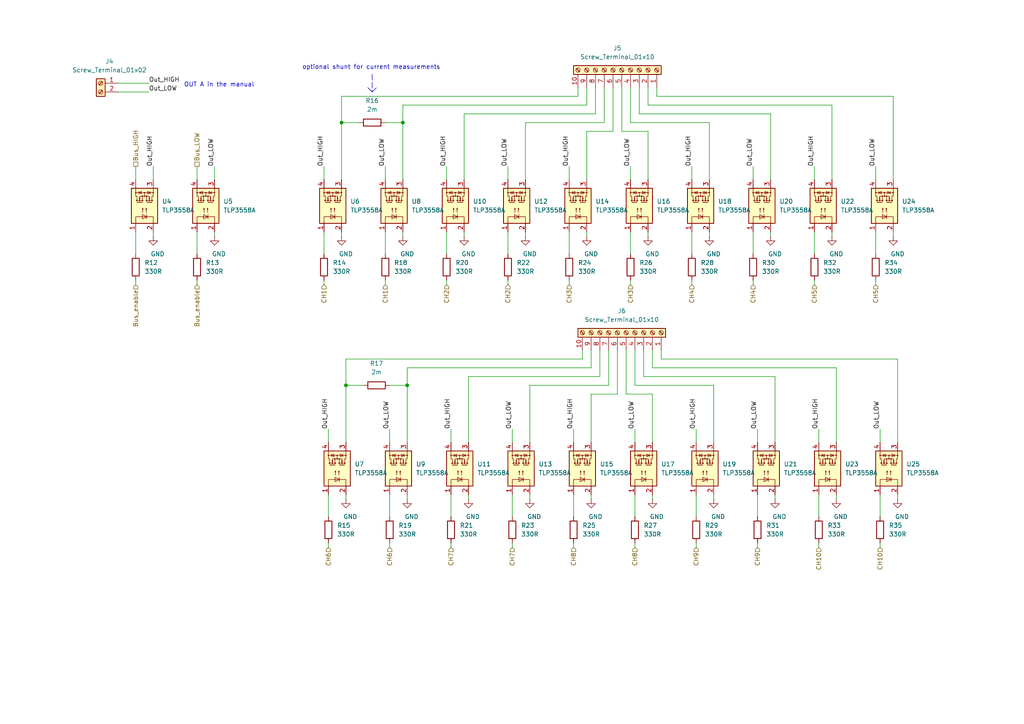
<source format=kicad_sch>
(kicad_sch (version 20231120) (generator "eeschema") (generator_version "8.0")
  (paper "A4")
  (title_block (title "Keithley 2000-SCAN-20 SSR") (date "2024-09-26") (rev "v.1.1.1") (comment 1 "Copyright (©) 2024, Patrick Baus <patrick.baus@physik.tu-darmstadt.de>") (comment 2 "Licensed under CERN OHL v.1.2"))
  (lib_symbols
    (symbol "Connector:Screw_Terminal_01x02" (pin_names (offset 1.016) hide)
      (property "Reference" "J" (at 0 2.54 0))
      (property "Value" "Screw_Terminal_01x02" (at 0 -5.08 0))
      (symbol "Screw_Terminal_01x02_1_1"
        (pin passive line (at -5.08 0 0) (length 3.81) (name "Pin_1") (number "1"))
        (pin passive line (at -5.08 -2.54 0) (length 3.81) (name "Pin_2") (number "2"))
      )
    )
    (symbol "Connector:Screw_Terminal_01x10" (pin_names (offset 1.016) hide)
      (property "Reference" "J" (at 0 12.7 0))
      (property "Value" "Screw_Terminal_01x10" (at 0 -15.24 0))
      (symbol "Screw_Terminal_01x10_1_1"
        (pin passive line (at -5.08 10.16 0) (length 3.81) (name "Pin_1") (number "1"))
        (pin passive line (at -5.08 -12.7 0) (length 3.81) (name "Pin_10") (number "10"))
        (pin passive line (at -5.08 7.62 0) (length 3.81) (name "Pin_2") (number "2"))
        (pin passive line (at -5.08 5.08 0) (length 3.81) (name "Pin_3") (number "3"))
        (pin passive line (at -5.08 2.54 0) (length 3.81) (name "Pin_4") (number "4"))
        (pin passive line (at -5.08 0 0) (length 3.81) (name "Pin_5") (number "5"))
        (pin passive line (at -5.08 -2.54 0) (length 3.81) (name "Pin_6") (number "6"))
        (pin passive line (at -5.08 -5.08 0) (length 3.81) (name "Pin_7") (number "7"))
        (pin passive line (at -5.08 -7.62 0) (length 3.81) (name "Pin_8") (number "8"))
        (pin passive line (at -5.08 -10.16 0) (length 3.81) (name "Pin_9") (number "9"))
      )
    )
    (symbol "Device:R" (pin_numbers hide) (pin_names (offset 0))
      (property "Reference" "R" (at 2.032 0 90))
      (property "Value" "R" (at 0 0 90))
      (symbol "R_1_1"
        (pin passive line (at 0 3.81 270) (length 1.27) (name "~") (number "1"))
        (pin passive line (at 0 -3.81 90) (length 1.27) (name "~") (number "2"))
      )
    )
    (symbol "Relay_SolidState:TLP222A"
      (property "Reference" "U" (at -5.08 5.08 0))
      (property "Value" "TLP222A" (at 0 5.08 0))
      (symbol "TLP222A_1_1"
        (pin passive line (at -7.62 2.54 0) (length 2.54) (name "~") (number "1"))
        (pin passive line (at -7.62 -2.54 0) (length 2.54) (name "~") (number "2"))
        (pin passive line (at 7.62 -2.54 180) (length 2.54) (name "~") (number "3"))
        (pin passive line (at 7.62 2.54 180) (length 2.54) (name "~") (number "4"))
      )
    )
    (symbol "power:GND" (power) (pin_numbers hide) (pin_names (offset 0) hide)
      (property "Value" "GND" (at 0 -3.81 0))
      (symbol "GND_1_1"
        (pin power_in line (at 0 0 270) (length 0) (name "~") (number "1"))
      )
    )
  )
  (junction (at 116.84 35.56))
  (junction (at 99.06 35.56))
  (junction (at 100.33 111.76))
  (junction (at 118.11 111.76))
  (wire (pts (xy 187.96 25.4) (xy 187.96 30.48)))
  (wire (pts (xy 200.66 81.28) (xy 200.66 82.55)))
  (wire (pts (xy 236.22 67.31) (xy 236.22 73.66)))
  (wire (pts (xy 39.37 81.28) (xy 39.37 82.55)))
  (wire (pts (xy 241.3 67.31) (xy 241.3 68.58)))
  (wire (pts (xy 224.79 143.51) (xy 224.79 144.78)))
  (wire (pts (xy 113.03 124.46) (xy 113.03 128.27)))
  (wire (pts (xy 111.76 67.31) (xy 111.76 73.66)))
  (wire (pts (xy 218.44 81.28) (xy 218.44 82.55)))
  (wire (pts (xy 135.89 128.27) (xy 135.89 109.22)))
  (wire (pts (xy 152.4 35.56) (xy 175.26 35.56)))
  (wire (pts (xy 201.93 157.48) (xy 201.93 158.75)))
  (wire (pts (xy 166.37 124.46) (xy 166.37 128.27)))
  (wire (pts (xy 255.27 124.46) (xy 255.27 128.27)))
  (wire (pts (xy 219.71 157.48) (xy 219.71 158.75)))
  (wire (pts (xy 34.29 26.67) (xy 43.18 26.67)))
  (wire (pts (xy 189.23 143.51) (xy 189.23 144.78)))
  (wire (pts (xy 170.18 67.31) (xy 170.18 68.58)))
  (wire (pts (xy 166.37 157.48) (xy 166.37 158.75)))
  (wire (pts (xy 200.66 48.26) (xy 200.66 52.07)))
  (wire (pts (xy 129.54 81.28) (xy 129.54 82.55)))
  (wire (pts (xy 185.42 25.4) (xy 185.42 33.02)))
  (wire (pts (xy 182.88 48.26) (xy 182.88 52.07)))
  (wire (pts (xy 111.76 81.28) (xy 111.76 82.55)))
  (wire (pts (xy 148.59 157.48) (xy 148.59 158.75)))
  (wire (pts (xy 135.89 109.22) (xy 173.99 109.22)))
  (wire (pts (xy 130.81 143.51) (xy 130.81 149.86)))
  (wire (pts (xy 44.45 67.31) (xy 44.45 68.58)))
  (wire (pts (xy 181.61 114.3) (xy 181.61 101.6)))
  (wire (pts (xy 184.15 157.48) (xy 184.15 158.75)))
  (wire (pts (xy 130.81 124.46) (xy 130.81 128.27)))
  (wire (pts (xy 100.33 128.27) (xy 100.33 111.76)))
  (wire (pts (xy 180.34 38.1) (xy 180.34 25.4)))
  (wire (pts (xy 219.71 124.46) (xy 219.71 128.27)))
  (wire (pts (xy 111.76 35.56) (xy 116.84 35.56)))
  (wire (pts (xy 190.5 25.4) (xy 190.5 27.94)))
  (wire (pts (xy 207.01 143.51) (xy 207.01 144.78)))
  (wire (pts (xy 189.23 101.6) (xy 189.23 106.68)))
  (wire (pts (xy 168.91 104.14) (xy 168.91 101.6)))
  (wire (pts (xy 44.45 48.26) (xy 44.45 52.07)))
  (wire (pts (xy 191.77 101.6) (xy 191.77 104.14)))
  (wire (pts (xy 242.57 106.68) (xy 242.57 128.27)))
  (wire (pts (xy 260.35 104.14) (xy 260.35 128.27)))
  (wire (pts (xy 39.37 52.07) (xy 39.37 48.26)))
  (wire (pts (xy 95.25 157.48) (xy 95.25 158.75)))
  (wire (pts (xy 113.03 143.51) (xy 113.03 149.86)))
  (wire (pts (xy 259.08 27.94) (xy 259.08 52.07)))
  (wire (pts (xy 99.06 67.31) (xy 99.06 68.58)))
  (wire (pts (xy 186.69 109.22) (xy 224.79 109.22)))
  (wire (pts (xy 184.15 143.51) (xy 184.15 149.86)))
  (wire (pts (xy 95.25 143.51) (xy 95.25 149.86)))
  (wire (pts (xy 190.5 27.94) (xy 259.08 27.94)))
  (wire (pts (xy 218.44 48.26) (xy 218.44 52.07)))
  (wire (pts (xy 218.44 67.31) (xy 218.44 73.66)))
  (wire (pts (xy 171.45 106.68) (xy 171.45 101.6)))
  (wire (pts (xy 223.52 33.02) (xy 223.52 52.07)))
  (wire (pts (xy 182.88 67.31) (xy 182.88 73.66)))
  (polyline (pts (xy 107.95 21.59) (xy 107.95 26.67)) (stroke (width 0) (type dash)))
  (wire (pts (xy 201.93 124.46) (xy 201.93 128.27)))
  (wire (pts (xy 113.03 157.48) (xy 113.03 158.75)))
  (wire (pts (xy 153.67 143.51) (xy 153.67 144.78)))
  (wire (pts (xy 242.57 143.51) (xy 242.57 144.78)))
  (wire (pts (xy 116.84 30.48) (xy 170.18 30.48)))
  (wire (pts (xy 187.96 30.48) (xy 241.3 30.48)))
  (wire (pts (xy 104.14 35.56) (xy 99.06 35.56)))
  (wire (pts (xy 175.26 35.56) (xy 175.26 25.4)))
  (wire (pts (xy 130.81 157.48) (xy 130.81 158.75)))
  (wire (pts (xy 153.67 128.27) (xy 153.67 111.76)))
  (wire (pts (xy 62.23 67.31) (xy 62.23 68.58)))
  (wire (pts (xy 34.29 24.13) (xy 43.18 24.13)))
  (wire (pts (xy 93.98 81.28) (xy 93.98 82.55)))
  (wire (pts (xy 173.99 109.22) (xy 173.99 101.6)))
  (wire (pts (xy 147.32 67.31) (xy 147.32 73.66)))
  (wire (pts (xy 57.15 67.31) (xy 57.15 73.66)))
  (wire (pts (xy 179.07 114.3) (xy 171.45 114.3)))
  (wire (pts (xy 171.45 114.3) (xy 171.45 128.27)))
  (wire (pts (xy 187.96 67.31) (xy 187.96 68.58)))
  (wire (pts (xy 95.25 124.46) (xy 95.25 128.27)))
  (wire (pts (xy 189.23 106.68) (xy 242.57 106.68)))
  (wire (pts (xy 57.15 52.07) (xy 57.15 48.26)))
  (wire (pts (xy 172.72 33.02) (xy 172.72 25.4)))
  (wire (pts (xy 99.06 27.94) (xy 167.64 27.94)))
  (wire (pts (xy 186.69 101.6) (xy 186.69 109.22)))
  (wire (pts (xy 93.98 67.31) (xy 93.98 73.66)))
  (wire (pts (xy 184.15 124.46) (xy 184.15 128.27)))
  (wire (pts (xy 165.1 48.26) (xy 165.1 52.07)))
  (wire (pts (xy 129.54 48.26) (xy 129.54 52.07)))
  (wire (pts (xy 201.93 143.51) (xy 201.93 149.86)))
  (wire (pts (xy 39.37 67.31) (xy 39.37 73.66)))
  (wire (pts (xy 254 81.28) (xy 254 82.55)))
  (wire (pts (xy 255.27 157.48) (xy 255.27 158.75)))
  (wire (pts (xy 134.62 33.02) (xy 172.72 33.02)))
  (wire (pts (xy 205.74 67.31) (xy 205.74 68.58)))
  (wire (pts (xy 237.49 124.46) (xy 237.49 128.27)))
  (wire (pts (xy 167.64 27.94) (xy 167.64 25.4)))
  (wire (pts (xy 153.67 111.76) (xy 176.53 111.76)))
  (wire (pts (xy 260.35 143.51) (xy 260.35 144.78)))
  (wire (pts (xy 165.1 81.28) (xy 165.1 82.55)))
  (wire (pts (xy 148.59 143.51) (xy 148.59 149.86)))
  (wire (pts (xy 185.42 33.02) (xy 223.52 33.02)))
  (wire (pts (xy 189.23 114.3) (xy 181.61 114.3)))
  (wire (pts (xy 111.76 48.26) (xy 111.76 52.07)))
  (wire (pts (xy 148.59 124.46) (xy 148.59 128.27)))
  (wire (pts (xy 113.03 111.76) (xy 118.11 111.76)))
  (wire (pts (xy 116.84 35.56) (xy 116.84 30.48)))
  (wire (pts (xy 100.33 111.76) (xy 100.33 104.14)))
  (wire (pts (xy 219.71 143.51) (xy 219.71 149.86)))
  (wire (pts (xy 207.01 111.76) (xy 207.01 128.27)))
  (wire (pts (xy 165.1 67.31) (xy 165.1 73.66)))
  (wire (pts (xy 187.96 38.1) (xy 187.96 52.07)))
  (wire (pts (xy 93.98 48.26) (xy 93.98 52.07)))
  (wire (pts (xy 166.37 143.51) (xy 166.37 149.86)))
  (wire (pts (xy 255.27 143.51) (xy 255.27 149.86)))
  (wire (pts (xy 259.08 67.31) (xy 259.08 68.58)))
  (wire (pts (xy 254 48.26) (xy 254 52.07)))
  (wire (pts (xy 177.8 38.1) (xy 170.18 38.1)))
  (wire (pts (xy 184.15 111.76) (xy 207.01 111.76)))
  (wire (pts (xy 152.4 67.31) (xy 152.4 68.58)))
  (wire (pts (xy 224.79 109.22) (xy 224.79 128.27)))
  (wire (pts (xy 254 67.31) (xy 254 73.66)))
  (wire (pts (xy 129.54 67.31) (xy 129.54 73.66)))
  (wire (pts (xy 105.41 111.76) (xy 100.33 111.76)))
  (wire (pts (xy 177.8 25.4) (xy 177.8 38.1)))
  (wire (pts (xy 189.23 114.3) (xy 189.23 128.27)))
  (polyline (pts (xy 106.68 25.4) (xy 107.95 26.67)) (stroke (width 0) (type dash)))
  (wire (pts (xy 176.53 111.76) (xy 176.53 101.6)))
  (wire (pts (xy 118.11 128.27) (xy 118.11 111.76)))
  (wire (pts (xy 100.33 104.14) (xy 168.91 104.14)))
  (wire (pts (xy 147.32 81.28) (xy 147.32 82.55)))
  (wire (pts (xy 135.89 143.51) (xy 135.89 144.78)))
  (wire (pts (xy 99.06 52.07) (xy 99.06 35.56)))
  (wire (pts (xy 241.3 30.48) (xy 241.3 52.07)))
  (wire (pts (xy 118.11 106.68) (xy 171.45 106.68)))
  (wire (pts (xy 152.4 35.56) (xy 152.4 52.07)))
  (wire (pts (xy 116.84 67.31) (xy 116.84 68.58)))
  (wire (pts (xy 170.18 38.1) (xy 170.18 52.07)))
  (wire (pts (xy 200.66 67.31) (xy 200.66 73.66)))
  (wire (pts (xy 236.22 48.26) (xy 236.22 52.07)))
  (wire (pts (xy 179.07 101.6) (xy 179.07 114.3)))
  (wire (pts (xy 134.62 33.02) (xy 134.62 52.07)))
  (wire (pts (xy 57.15 81.28) (xy 57.15 82.55)))
  (wire (pts (xy 118.11 111.76) (xy 118.11 106.68)))
  (polyline (pts (xy 107.95 26.67) (xy 109.22 25.4)) (stroke (width 0) (type dash)))
  (wire (pts (xy 116.84 52.07) (xy 116.84 35.56)))
  (wire (pts (xy 170.18 30.48) (xy 170.18 25.4)))
  (wire (pts (xy 236.22 81.28) (xy 236.22 82.55)))
  (wire (pts (xy 99.06 35.56) (xy 99.06 27.94)))
  (wire (pts (xy 187.96 38.1) (xy 180.34 38.1)))
  (wire (pts (xy 182.88 25.4) (xy 182.88 35.56)))
  (wire (pts (xy 62.23 48.26) (xy 62.23 52.07)))
  (wire (pts (xy 171.45 143.51) (xy 171.45 144.78)))
  (wire (pts (xy 134.62 67.31) (xy 134.62 68.58)))
  (wire (pts (xy 118.11 143.51) (xy 118.11 144.78)))
  (wire (pts (xy 100.33 143.51) (xy 100.33 144.78)))
  (wire (pts (xy 237.49 157.48) (xy 237.49 158.75)))
  (wire (pts (xy 147.32 48.26) (xy 147.32 52.07)))
  (wire (pts (xy 237.49 143.51) (xy 237.49 149.86)))
  (wire (pts (xy 191.77 104.14) (xy 260.35 104.14)))
  (wire (pts (xy 205.74 35.56) (xy 205.74 52.07)))
  (wire (pts (xy 223.52 67.31) (xy 223.52 68.58)))
  (wire (pts (xy 184.15 101.6) (xy 184.15 111.76)))
  (wire (pts (xy 182.88 35.56) (xy 205.74 35.56)))
  (wire (pts (xy 182.88 81.28) (xy 182.88 82.55)))
  (text "optional shunt for current measurements" (at 87.63 20.32 0) (effects (font (size 1.27 1.27)) (justify left bottom)))
  (text "OUT A in the manual" (at 53.34 25.4 0) (effects (font (size 1.27 1.27)) (justify left bottom)))
  (label "Out_HIGH" (at 130.81 124.46 90))
  (label "Out_LOW" (at 219.71 124.46 90))
  (label "Out_HIGH" (at 237.49 124.46 90))
  (label "Out_HIGH" (at 236.22 48.26 90))
  (label "Out_LOW" (at 147.32 48.26 90))
  (label "Out_LOW" (at 62.23 48.26 90))
  (label "Out_HIGH" (at 200.66 48.26 90))
  (label "Out_HIGH" (at 166.37 124.46 90))
  (label "Out_HIGH" (at 44.45 48.26 90))
  (label "Out_LOW" (at 218.44 48.26 90))
  (label "Out_HIGH" (at 129.54 48.26 90))
  (label "Out_HIGH" (at 43.18 24.13 0))
  (label "Out_HIGH" (at 201.93 124.46 90))
  (label "Out_LOW" (at 184.15 124.46 90))
  (label "Out_LOW" (at 113.03 124.46 90))
  (label "Out_LOW" (at 255.27 124.46 90))
  (label "Out_LOW" (at 182.88 48.26 90))
  (label "Out_LOW" (at 254 48.26 90))
  (label "Out_LOW" (at 43.18 26.67 0))
  (label "Out_HIGH" (at 93.98 48.26 90))
  (label "Out_HIGH" (at 95.25 124.46 90))
  (label "Out_HIGH" (at 165.1 48.26 90))
  (label "Out_LOW" (at 148.59 124.46 90))
  (label "Out_LOW" (at 111.76 48.26 90))
  (hierarchical_label "Bus_HIGH" (shape passive) (at 39.37 48.26 90))
  (hierarchical_label "CH9" (shape input) (at 201.93 158.75 270))
  (hierarchical_label "CH3" (shape input) (at 165.1 82.55 270))
  (hierarchical_label "CH8" (shape input) (at 184.15 158.75 270))
  (hierarchical_label "CH1" (shape input) (at 111.76 82.55 270))
  (hierarchical_label "CH2" (shape input) (at 147.32 82.55 270))
  (hierarchical_label "Bus_LOW" (shape passive) (at 57.15 48.26 90))
  (hierarchical_label "CH8" (shape input) (at 166.37 158.75 270))
  (hierarchical_label "Bus_enable" (shape input) (at 39.37 82.55 270))
  (hierarchical_label "CH4" (shape input) (at 200.66 82.55 270))
  (hierarchical_label "CH1" (shape input) (at 93.98 82.55 270))
  (hierarchical_label "CH5" (shape input) (at 236.22 82.55 270))
  (hierarchical_label "CH6" (shape input) (at 113.03 158.75 270))
  (hierarchical_label "CH9" (shape input) (at 219.71 158.75 270))
  (hierarchical_label "CH6" (shape input) (at 95.25 158.75 270))
  (hierarchical_label "CH7" (shape input) (at 130.81 158.75 270))
  (hierarchical_label "Bus_enable" (shape input) (at 57.15 82.55 270))
  (hierarchical_label "CH4" (shape input) (at 218.44 82.55 270))
  (hierarchical_label "CH2" (shape input) (at 129.54 82.55 270))
  (hierarchical_label "CH10" (shape input) (at 255.27 158.75 270))
  (hierarchical_label "CH3" (shape input) (at 182.88 82.55 270))
  (hierarchical_label "CH7" (shape input) (at 148.59 158.75 270))
  (hierarchical_label "CH5" (shape input) (at 254 82.55 270))
  (hierarchical_label "CH10" (shape input) (at 237.49 158.75 270))
  (symbol (lib_id "Relay_SolidState:TLP222A") (at 96.52 59.69 90) (unit 1)
    (property "Reference" "U6" (at 101.6 58.42 90) (effects (justify right)))
    (property "Value" "TLP3558A" (at 101.6 60.96 90) (effects (justify right)))
    (property "Footprint" "Package_DIP:DIP-4_W7.62mm" (effects (hide yes)))
    (property "Datasheet" "https://toshiba.semicon-storage.com/info/docget.jsp?did=17036&prodName=TLP222A" (effects (hide yes)))
    (property "Description" "MOSFET Photorelay 1-Form-A, Voff 60V, Ion 0,5A, DIP4" (effects (hide yes)))
    (property "MFN" "Toshiba" (effects (hide yes)))
    (property "PN" "TLP3558A(F" (effects (hide yes)))
    (property "RoHS" "Yes" (effects (hide yes)))
    (property "Temperature" "Tstorage = –20 °C to 85 °C" (effects (hide yes)))
  )
  (symbol (lib_id "power:GND") (at 99.06 68.58 0) (unit 1)
    (property "Reference" "#PWR033" (effects (hide yes)))
    (property "Value" "GND" (at 100.33 73.66 0))
    (property "Description" "Power symbol creates a global label with name \"GND\" , ground" (effects (hide yes)))
  )
  (symbol (lib_id "Relay_SolidState:TLP222A") (at 114.3 59.69 90) (unit 1)
    (property "Reference" "U8" (at 119.38 58.42 90) (effects (justify right)))
    (property "Value" "TLP3558A" (at 119.38 60.96 90) (effects (justify right)))
    (property "Footprint" "Package_DIP:DIP-4_W7.62mm" (effects (hide yes)))
    (property "Datasheet" "https://toshiba.semicon-storage.com/info/docget.jsp?did=17036&prodName=TLP222A" (effects (hide yes)))
    (property "Description" "MOSFET Photorelay 1-Form-A, Voff 60V, Ion 0,5A, DIP4" (effects (hide yes)))
    (property "MFN" "Toshiba" (effects (hide yes)))
    (property "PN" "TLP3558A(F" (effects (hide yes)))
    (property "RoHS" "Yes" (effects (hide yes)))
    (property "Temperature" "Tstorage = –20 °C to 85 °C" (effects (hide yes)))
  )
  (symbol (lib_id "power:GND") (at 116.84 68.58 0) (unit 1)
    (property "Reference" "#PWR035" (effects (hide yes)))
    (property "Value" "GND" (at 118.11 73.66 0))
    (property "Description" "Power symbol creates a global label with name \"GND\" , ground" (effects (hide yes)))
  )
  (symbol (lib_id "Connector:Screw_Terminal_01x10") (at 180.34 20.32 270) (mirror x) (unit 1)
    (property "Reference" "J5" (at 179.07 13.97 90))
    (property "Value" "Screw_Terminal_01x10" (at 179.07 16.51 90))
    (property "Footprint" "Custom_footprints_project:TerminalBlock_Phoenix_SMKDSN-1,5-10-5.08_1x10_P5.08mm_Horizontal" (effects (hide yes)))
    (property "Description" "Generic screw terminal, single row, 01x10, script generated (kicad-library-utils/schlib/autogen/connector/)" (effects (hide yes)))
    (property "MFN" "Phoenix Contact" (effects (hide yes)))
    (property "PN" "1869295" (effects (hide yes)))
    (property "RoHS" "By exemption" (effects (hide yes)))
    (property "Temperature" "Tstorage = –40 °C to 105 °C" (effects (hide yes)))
  )
  (symbol (lib_id "Relay_SolidState:TLP222A") (at 132.08 59.69 90) (unit 1)
    (property "Reference" "U10" (at 137.16 58.42 90) (effects (justify right)))
    (property "Value" "TLP3558A" (at 137.16 60.96 90) (effects (justify right)))
    (property "Footprint" "Package_DIP:DIP-4_W7.62mm" (effects (hide yes)))
    (property "Datasheet" "https://toshiba.semicon-storage.com/info/docget.jsp?did=17036&prodName=TLP222A" (effects (hide yes)))
    (property "Description" "MOSFET Photorelay 1-Form-A, Voff 60V, Ion 0,5A, DIP4" (effects (hide yes)))
    (property "MFN" "Toshiba" (effects (hide yes)))
    (property "PN" "TLP3558A(F" (effects (hide yes)))
    (property "RoHS" "Yes" (effects (hide yes)))
    (property "Temperature" "Tstorage = –20 °C to 85 °C" (effects (hide yes)))
  )
  (symbol (lib_id "power:GND") (at 134.62 68.58 0) (unit 1)
    (property "Reference" "#PWR037" (effects (hide yes)))
    (property "Value" "GND" (at 135.89 73.66 0))
    (property "Description" "Power symbol creates a global label with name \"GND\" , ground" (effects (hide yes)))
  )
  (symbol (lib_id "power:GND") (at 187.96 68.58 0) (unit 1)
    (property "Reference" "#PWR043" (effects (hide yes)))
    (property "Value" "GND" (at 189.23 73.66 0))
    (property "Description" "Power symbol creates a global label with name \"GND\" , ground" (effects (hide yes)))
  )
  (symbol (lib_id "Device:R") (at 111.76 77.47 0) (unit 1)
    (property "Reference" "R18" (at 114.3 76.2 0) (effects (justify left)))
    (property "Value" "330R" (at 114.3 78.74 0) (effects (justify left)))
    (property "Footprint" "Resistor_SMD:R_0603_1608Metric" (effects (hide yes)))
    (property "Description" "Resistor" (effects (hide yes)))
    (property "MFN" "Vishay" (effects (hide yes)))
    (property "PN" "CRCW0603330RJNEB" (effects (hide yes)))
    (property "RoHS" "By exemption" (effects (hide yes)))
    (property "Temperature" "Tstorage = –55 °C to 155 °C" (effects (hide yes)))
  )
  (symbol (lib_id "Device:R") (at 129.54 77.47 0) (unit 1)
    (property "Reference" "R20" (at 132.08 76.2 0) (effects (justify left)))
    (property "Value" "330R" (at 132.08 78.74 0) (effects (justify left)))
    (property "Footprint" "Resistor_SMD:R_0603_1608Metric" (effects (hide yes)))
    (property "Description" "Resistor" (effects (hide yes)))
    (property "MFN" "Vishay" (effects (hide yes)))
    (property "PN" "CRCW0603330RJNEB" (effects (hide yes)))
    (property "RoHS" "By exemption" (effects (hide yes)))
    (property "Temperature" "Tstorage = –55 °C to 155 °C" (effects (hide yes)))
  )
  (symbol (lib_id "Device:R") (at 165.1 77.47 0) (unit 1)
    (property "Reference" "R24" (at 167.64 76.2 0) (effects (justify left)))
    (property "Value" "330R" (at 167.64 78.74 0) (effects (justify left)))
    (property "Footprint" "Resistor_SMD:R_0603_1608Metric" (effects (hide yes)))
    (property "Description" "Resistor" (effects (hide yes)))
    (property "MFN" "Vishay" (effects (hide yes)))
    (property "PN" "CRCW0603330RJNEB" (effects (hide yes)))
    (property "RoHS" "By exemption" (effects (hide yes)))
    (property "Temperature" "Tstorage = –55 °C to 155 °C" (effects (hide yes)))
  )
  (symbol (lib_id "Relay_SolidState:TLP222A") (at 203.2 59.69 90) (unit 1)
    (property "Reference" "U18" (at 208.28 58.42 90) (effects (justify right)))
    (property "Value" "TLP3558A" (at 208.28 60.96 90) (effects (justify right)))
    (property "Footprint" "Package_DIP:DIP-4_W7.62mm" (effects (hide yes)))
    (property "Datasheet" "https://toshiba.semicon-storage.com/info/docget.jsp?did=17036&prodName=TLP222A" (effects (hide yes)))
    (property "Description" "MOSFET Photorelay 1-Form-A, Voff 60V, Ion 0,5A, DIP4" (effects (hide yes)))
    (property "MFN" "Toshiba" (effects (hide yes)))
    (property "PN" "TLP3558A(F" (effects (hide yes)))
    (property "RoHS" "Yes" (effects (hide yes)))
    (property "Temperature" "Tstorage = –20 °C to 85 °C" (effects (hide yes)))
  )
  (symbol (lib_id "Device:R") (at 218.44 77.47 0) (unit 1)
    (property "Reference" "R30" (at 220.98 76.2 0) (effects (justify left)))
    (property "Value" "330R" (at 220.98 78.74 0) (effects (justify left)))
    (property "Footprint" "Resistor_SMD:R_0603_1608Metric" (effects (hide yes)))
    (property "Description" "Resistor" (effects (hide yes)))
    (property "MFN" "Vishay" (effects (hide yes)))
    (property "PN" "CRCW0603330RJNEB" (effects (hide yes)))
    (property "RoHS" "By exemption" (effects (hide yes)))
    (property "Temperature" "Tstorage = –55 °C to 155 °C" (effects (hide yes)))
  )
  (symbol (lib_id "Relay_SolidState:TLP222A") (at 238.76 59.69 90) (unit 1)
    (property "Reference" "U22" (at 243.84 58.42 90) (effects (justify right)))
    (property "Value" "TLP3558A" (at 243.84 60.96 90) (effects (justify right)))
    (property "Footprint" "Package_DIP:DIP-4_W7.62mm" (effects (hide yes)))
    (property "Datasheet" "https://toshiba.semicon-storage.com/info/docget.jsp?did=17036&prodName=TLP222A" (effects (hide yes)))
    (property "Description" "MOSFET Photorelay 1-Form-A, Voff 60V, Ion 0,5A, DIP4" (effects (hide yes)))
    (property "MFN" "Toshiba" (effects (hide yes)))
    (property "PN" "TLP3558A(F" (effects (hide yes)))
    (property "RoHS" "Yes" (effects (hide yes)))
    (property "Temperature" "Tstorage = –20 °C to 85 °C" (effects (hide yes)))
  )
  (symbol (lib_id "power:GND") (at 241.3 68.58 0) (unit 1)
    (property "Reference" "#PWR049" (effects (hide yes)))
    (property "Value" "GND" (at 242.57 73.66 0))
    (property "Description" "Power symbol creates a global label with name \"GND\" , ground" (effects (hide yes)))
  )
  (symbol (lib_id "Relay_SolidState:TLP222A") (at 256.54 59.69 90) (unit 1)
    (property "Reference" "U24" (at 261.62 58.42 90) (effects (justify right)))
    (property "Value" "TLP3558A" (at 261.62 60.96 90) (effects (justify right)))
    (property "Footprint" "Package_DIP:DIP-4_W7.62mm" (effects (hide yes)))
    (property "Datasheet" "https://toshiba.semicon-storage.com/info/docget.jsp?did=17036&prodName=TLP222A" (effects (hide yes)))
    (property "Description" "MOSFET Photorelay 1-Form-A, Voff 60V, Ion 0,5A, DIP4" (effects (hide yes)))
    (property "MFN" "Toshiba" (effects (hide yes)))
    (property "PN" "TLP3558A(F" (effects (hide yes)))
    (property "RoHS" "Yes" (effects (hide yes)))
    (property "Temperature" "Tstorage = –20 °C to 85 °C" (effects (hide yes)))
  )
  (symbol (lib_id "power:GND") (at 259.08 68.58 0) (unit 1)
    (property "Reference" "#PWR051" (effects (hide yes)))
    (property "Value" "GND" (at 260.35 73.66 0))
    (property "Description" "Power symbol creates a global label with name \"GND\" , ground" (effects (hide yes)))
  )
  (symbol (lib_id "Device:R") (at 236.22 77.47 0) (unit 1)
    (property "Reference" "R32" (at 238.76 76.2 0) (effects (justify left)))
    (property "Value" "330R" (at 238.76 78.74 0) (effects (justify left)))
    (property "Footprint" "Resistor_SMD:R_0603_1608Metric" (effects (hide yes)))
    (property "Description" "Resistor" (effects (hide yes)))
    (property "MFN" "Vishay" (effects (hide yes)))
    (property "PN" "CRCW0603330RJNEB" (effects (hide yes)))
    (property "RoHS" "By exemption" (effects (hide yes)))
    (property "Temperature" "Tstorage = –55 °C to 155 °C" (effects (hide yes)))
  )
  (symbol (lib_id "Relay_SolidState:TLP222A") (at 97.79 135.89 90) (unit 1)
    (property "Reference" "U7" (at 102.87 134.62 90) (effects (justify right)))
    (property "Value" "TLP3558A" (at 102.87 137.16 90) (effects (justify right)))
    (property "Footprint" "Package_DIP:DIP-4_W7.62mm" (effects (hide yes)))
    (property "Datasheet" "https://toshiba.semicon-storage.com/info/docget.jsp?did=17036&prodName=TLP222A" (effects (hide yes)))
    (property "Description" "MOSFET Photorelay 1-Form-A, Voff 60V, Ion 0,5A, DIP4" (effects (hide yes)))
    (property "MFN" "Toshiba" (effects (hide yes)))
    (property "PN" "TLP3558A(F" (effects (hide yes)))
    (property "RoHS" "Yes" (effects (hide yes)))
    (property "Temperature" "Tstorage = –20 °C to 85 °C" (effects (hide yes)))
  )
  (symbol (lib_id "power:GND") (at 100.33 144.78 0) (unit 1)
    (property "Reference" "#PWR034" (effects (hide yes)))
    (property "Value" "GND" (at 101.6 149.86 0))
    (property "Description" "Power symbol creates a global label with name \"GND\" , ground" (effects (hide yes)))
  )
  (symbol (lib_id "Connector:Screw_Terminal_01x10") (at 181.61 96.52 270) (mirror x) (unit 1)
    (property "Reference" "J6" (at 180.34 90.17 90))
    (property "Value" "Screw_Terminal_01x10" (at 180.34 92.71 90))
    (property "Footprint" "Custom_footprints_project:TerminalBlock_Phoenix_SMKDSN-1,5-10-5.08_1x10_P5.08mm_Horizontal" (effects (hide yes)))
    (property "Description" "Generic screw terminal, single row, 01x10, script generated (kicad-library-utils/schlib/autogen/connector/)" (effects (hide yes)))
    (property "MFN" "Phoenix Contact" (effects (hide yes)))
    (property "PN" "1869295" (effects (hide yes)))
    (property "RoHS" "By exemption" (effects (hide yes)))
    (property "Temperature" "Tstorage = –40 °C to 105 °C" (effects (hide yes)))
  )
  (symbol (lib_id "Relay_SolidState:TLP222A") (at 133.35 135.89 90) (unit 1)
    (property "Reference" "U11" (at 138.43 134.62 90) (effects (justify right)))
    (property "Value" "TLP3558A" (at 138.43 137.16 90) (effects (justify right)))
    (property "Footprint" "Package_DIP:DIP-4_W7.62mm" (effects (hide yes)))
    (property "Datasheet" "https://toshiba.semicon-storage.com/info/docget.jsp?did=17036&prodName=TLP222A" (effects (hide yes)))
    (property "Description" "MOSFET Photorelay 1-Form-A, Voff 60V, Ion 0,5A, DIP4" (effects (hide yes)))
    (property "MFN" "Toshiba" (effects (hide yes)))
    (property "PN" "TLP3558A(F" (effects (hide yes)))
    (property "RoHS" "Yes" (effects (hide yes)))
    (property "Temperature" "Tstorage = –20 °C to 85 °C" (effects (hide yes)))
  )
  (symbol (lib_id "power:GND") (at 135.89 144.78 0) (unit 1)
    (property "Reference" "#PWR038" (effects (hide yes)))
    (property "Value" "GND" (at 137.16 149.86 0))
    (property "Description" "Power symbol creates a global label with name \"GND\" , ground" (effects (hide yes)))
  )
  (symbol (lib_id "Relay_SolidState:TLP222A") (at 151.13 135.89 90) (unit 1)
    (property "Reference" "U13" (at 156.21 134.62 90) (effects (justify right)))
    (property "Value" "TLP3558A" (at 156.21 137.16 90) (effects (justify right)))
    (property "Footprint" "Package_DIP:DIP-4_W7.62mm" (effects (hide yes)))
    (property "Datasheet" "https://toshiba.semicon-storage.com/info/docget.jsp?did=17036&prodName=TLP222A" (effects (hide yes)))
    (property "Description" "MOSFET Photorelay 1-Form-A, Voff 60V, Ion 0,5A, DIP4" (effects (hide yes)))
    (property "MFN" "Toshiba" (effects (hide yes)))
    (property "PN" "TLP3558A(F" (effects (hide yes)))
    (property "RoHS" "Yes" (effects (hide yes)))
    (property "Temperature" "Tstorage = –20 °C to 85 °C" (effects (hide yes)))
  )
  (symbol (lib_id "Relay_SolidState:TLP222A") (at 186.69 135.89 90) (unit 1)
    (property "Reference" "U17" (at 191.77 134.62 90) (effects (justify right)))
    (property "Value" "TLP3558A" (at 191.77 137.16 90) (effects (justify right)))
    (property "Footprint" "Package_DIP:DIP-4_W7.62mm" (effects (hide yes)))
    (property "Datasheet" "https://toshiba.semicon-storage.com/info/docget.jsp?did=17036&prodName=TLP222A" (effects (hide yes)))
    (property "Description" "MOSFET Photorelay 1-Form-A, Voff 60V, Ion 0,5A, DIP4" (effects (hide yes)))
    (property "MFN" "Toshiba" (effects (hide yes)))
    (property "PN" "TLP3558A(F" (effects (hide yes)))
    (property "RoHS" "Yes" (effects (hide yes)))
    (property "Temperature" "Tstorage = –20 °C to 85 °C" (effects (hide yes)))
  )
  (symbol (lib_id "power:GND") (at 189.23 144.78 0) (unit 1)
    (property "Reference" "#PWR044" (effects (hide yes)))
    (property "Value" "GND" (at 190.5 149.86 0))
    (property "Description" "Power symbol creates a global label with name \"GND\" , ground" (effects (hide yes)))
  )
  (symbol (lib_id "Device:R") (at 113.03 153.67 0) (unit 1)
    (property "Reference" "R19" (at 115.57 152.4 0) (effects (justify left)))
    (property "Value" "330R" (at 115.57 154.94 0) (effects (justify left)))
    (property "Footprint" "Resistor_SMD:R_0603_1608Metric" (effects (hide yes)))
    (property "Description" "Resistor" (effects (hide yes)))
    (property "MFN" "Vishay" (effects (hide yes)))
    (property "PN" "CRCW0603330RJNEB" (effects (hide yes)))
    (property "RoHS" "By exemption" (effects (hide yes)))
    (property "Temperature" "Tstorage = –55 °C to 155 °C" (effects (hide yes)))
  )
  (symbol (lib_id "Device:R") (at 130.81 153.67 0) (unit 1)
    (property "Reference" "R21" (at 133.35 152.4 0) (effects (justify left)))
    (property "Value" "330R" (at 133.35 154.94 0) (effects (justify left)))
    (property "Footprint" "Resistor_SMD:R_0603_1608Metric" (effects (hide yes)))
    (property "Description" "Resistor" (effects (hide yes)))
    (property "MFN" "Vishay" (effects (hide yes)))
    (property "PN" "CRCW0603330RJNEB" (effects (hide yes)))
    (property "RoHS" "By exemption" (effects (hide yes)))
    (property "Temperature" "Tstorage = –55 °C to 155 °C" (effects (hide yes)))
  )
  (symbol (lib_id "Device:R") (at 148.59 153.67 0) (unit 1)
    (property "Reference" "R23" (at 151.13 152.4 0) (effects (justify left)))
    (property "Value" "330R" (at 151.13 154.94 0) (effects (justify left)))
    (property "Footprint" "Resistor_SMD:R_0603_1608Metric" (effects (hide yes)))
    (property "Description" "Resistor" (effects (hide yes)))
    (property "MFN" "Vishay" (effects (hide yes)))
    (property "PN" "CRCW0603330RJNEB" (effects (hide yes)))
    (property "RoHS" "By exemption" (effects (hide yes)))
    (property "Temperature" "Tstorage = –55 °C to 155 °C" (effects (hide yes)))
  )
  (symbol (lib_id "Device:R") (at 166.37 153.67 0) (unit 1)
    (property "Reference" "R25" (at 168.91 152.4 0) (effects (justify left)))
    (property "Value" "330R" (at 168.91 154.94 0) (effects (justify left)))
    (property "Footprint" "Resistor_SMD:R_0603_1608Metric" (effects (hide yes)))
    (property "Description" "Resistor" (effects (hide yes)))
    (property "MFN" "Vishay" (effects (hide yes)))
    (property "PN" "CRCW0603330RJNEB" (effects (hide yes)))
    (property "RoHS" "By exemption" (effects (hide yes)))
    (property "Temperature" "Tstorage = –55 °C to 155 °C" (effects (hide yes)))
  )
  (symbol (lib_id "Device:R") (at 184.15 153.67 0) (unit 1)
    (property "Reference" "R27" (at 186.69 152.4 0) (effects (justify left)))
    (property "Value" "330R" (at 186.69 154.94 0) (effects (justify left)))
    (property "Footprint" "Resistor_SMD:R_0603_1608Metric" (effects (hide yes)))
    (property "Description" "Resistor" (effects (hide yes)))
    (property "MFN" "Vishay" (effects (hide yes)))
    (property "PN" "CRCW0603330RJNEB" (effects (hide yes)))
    (property "RoHS" "By exemption" (effects (hide yes)))
    (property "Temperature" "Tstorage = –55 °C to 155 °C" (effects (hide yes)))
  )
  (symbol (lib_id "Relay_SolidState:TLP222A") (at 204.47 135.89 90) (unit 1)
    (property "Reference" "U19" (at 209.55 134.62 90) (effects (justify right)))
    (property "Value" "TLP3558A" (at 209.55 137.16 90) (effects (justify right)))
    (property "Footprint" "Package_DIP:DIP-4_W7.62mm" (effects (hide yes)))
    (property "Datasheet" "https://toshiba.semicon-storage.com/info/docget.jsp?did=17036&prodName=TLP222A" (effects (hide yes)))
    (property "Description" "MOSFET Photorelay 1-Form-A, Voff 60V, Ion 0,5A, DIP4" (effects (hide yes)))
    (property "MFN" "Toshiba" (effects (hide yes)))
    (property "PN" "TLP3558A(F" (effects (hide yes)))
    (property "RoHS" "Yes" (effects (hide yes)))
    (property "Temperature" "Tstorage = –20 °C to 85 °C" (effects (hide yes)))
  )
  (symbol (lib_id "Device:R") (at 219.71 153.67 0) (unit 1)
    (property "Reference" "R31" (at 222.25 152.4 0) (effects (justify left)))
    (property "Value" "330R" (at 222.25 154.94 0) (effects (justify left)))
    (property "Footprint" "Resistor_SMD:R_0603_1608Metric" (effects (hide yes)))
    (property "Description" "Resistor" (effects (hide yes)))
    (property "MFN" "Vishay" (effects (hide yes)))
    (property "PN" "CRCW0603330RJNEB" (effects (hide yes)))
    (property "RoHS" "By exemption" (effects (hide yes)))
    (property "Temperature" "Tstorage = –55 °C to 155 °C" (effects (hide yes)))
  )
  (symbol (lib_id "Relay_SolidState:TLP222A") (at 240.03 135.89 90) (unit 1)
    (property "Reference" "U23" (at 245.11 134.62 90) (effects (justify right)))
    (property "Value" "TLP3558A" (at 245.11 137.16 90) (effects (justify right)))
    (property "Footprint" "Package_DIP:DIP-4_W7.62mm" (effects (hide yes)))
    (property "Datasheet" "https://toshiba.semicon-storage.com/info/docget.jsp?did=17036&prodName=TLP222A" (effects (hide yes)))
    (property "Description" "MOSFET Photorelay 1-Form-A, Voff 60V, Ion 0,5A, DIP4" (effects (hide yes)))
    (property "MFN" "Toshiba" (effects (hide yes)))
    (property "PN" "TLP3558A(F" (effects (hide yes)))
    (property "RoHS" "Yes" (effects (hide yes)))
    (property "Temperature" "Tstorage = –20 °C to 85 °C" (effects (hide yes)))
  )
  (symbol (lib_id "power:GND") (at 242.57 144.78 0) (unit 1)
    (property "Reference" "#PWR050" (effects (hide yes)))
    (property "Value" "GND" (at 243.84 149.86 0))
    (property "Description" "Power symbol creates a global label with name \"GND\" , ground" (effects (hide yes)))
  )
  (symbol (lib_id "Relay_SolidState:TLP222A") (at 257.81 135.89 90) (unit 1)
    (property "Reference" "U25" (at 262.89 134.62 90) (effects (justify right)))
    (property "Value" "TLP3558A" (at 262.89 137.16 90) (effects (justify right)))
    (property "Footprint" "Package_DIP:DIP-4_W7.62mm" (effects (hide yes)))
    (property "Datasheet" "https://toshiba.semicon-storage.com/info/docget.jsp?did=17036&prodName=TLP222A" (effects (hide yes)))
    (property "Description" "MOSFET Photorelay 1-Form-A, Voff 60V, Ion 0,5A, DIP4" (effects (hide yes)))
    (property "MFN" "Toshiba" (effects (hide yes)))
    (property "PN" "TLP3558A(F" (effects (hide yes)))
    (property "RoHS" "Yes" (effects (hide yes)))
    (property "Temperature" "Tstorage = –20 °C to 85 °C" (effects (hide yes)))
  )
  (symbol (lib_id "power:GND") (at 260.35 144.78 0) (unit 1)
    (property "Reference" "#PWR052" (effects (hide yes)))
    (property "Value" "GND" (at 261.62 149.86 0))
    (property "Description" "Power symbol creates a global label with name \"GND\" , ground" (effects (hide yes)))
  )
  (symbol (lib_id "Relay_SolidState:TLP222A") (at 41.91 59.69 90) (unit 1)
    (property "Reference" "U4" (at 46.99 58.42 90) (effects (justify right)))
    (property "Value" "TLP3558A" (at 46.99 60.96 90) (effects (justify right)))
    (property "Footprint" "Package_DIP:DIP-4_W7.62mm" (effects (hide yes)))
    (property "Datasheet" "https://toshiba.semicon-storage.com/info/docget.jsp?did=17036&prodName=TLP222A" (effects (hide yes)))
    (property "Description" "MOSFET Photorelay 1-Form-A, Voff 60V, Ion 0,5A, DIP4" (effects (hide yes)))
    (property "MFN" "Toshiba" (effects (hide yes)))
    (property "PN" "TLP3558A(F" (effects (hide yes)))
    (property "RoHS" "Yes" (effects (hide yes)))
    (property "Temperature" "Tstorage = –20 °C to 85 °C" (effects (hide yes)))
  )
  (symbol (lib_id "power:GND") (at 44.45 68.58 0) (unit 1)
    (property "Reference" "#PWR031" (effects (hide yes)))
    (property "Value" "GND" (at 45.72 73.66 0))
    (property "Description" "Power symbol creates a global label with name \"GND\" , ground" (effects (hide yes)))
  )
  (symbol (lib_id "Relay_SolidState:TLP222A") (at 59.69 59.69 90) (unit 1)
    (property "Reference" "U5" (at 64.77 58.42 90) (effects (justify right)))
    (property "Value" "TLP3558A" (at 64.77 60.96 90) (effects (justify right)))
    (property "Footprint" "Package_DIP:DIP-4_W7.62mm" (effects (hide yes)))
    (property "Datasheet" "https://toshiba.semicon-storage.com/info/docget.jsp?did=17036&prodName=TLP222A" (effects (hide yes)))
    (property "Description" "MOSFET Photorelay 1-Form-A, Voff 60V, Ion 0,5A, DIP4" (effects (hide yes)))
    (property "MFN" "Toshiba" (effects (hide yes)))
    (property "PN" "TLP3558A(F" (effects (hide yes)))
    (property "RoHS" "Yes" (effects (hide yes)))
    (property "Temperature" "Tstorage = –20 °C to 85 °C" (effects (hide yes)))
  )
  (symbol (lib_id "Device:R") (at 93.98 77.47 0) (unit 1)
    (property "Reference" "R14" (at 96.52 76.2 0) (effects (justify left)))
    (property "Value" "330R" (at 96.52 78.74 0) (effects (justify left)))
    (property "Footprint" "Resistor_SMD:R_0603_1608Metric" (effects (hide yes)))
    (property "Description" "Resistor" (effects (hide yes)))
    (property "MFN" "Vishay" (effects (hide yes)))
    (property "PN" "CRCW0603330RJNEB" (effects (hide yes)))
    (property "RoHS" "By exemption" (effects (hide yes)))
    (property "Temperature" "Tstorage = –55 °C to 155 °C" (effects (hide yes)))
  )
  (symbol (lib_id "Relay_SolidState:TLP222A") (at 149.86 59.69 90) (unit 1)
    (property "Reference" "U12" (at 154.94 58.42 90) (effects (justify right)))
    (property "Value" "TLP3558A" (at 154.94 60.96 90) (effects (justify right)))
    (property "Footprint" "Package_DIP:DIP-4_W7.62mm" (effects (hide yes)))
    (property "Datasheet" "https://toshiba.semicon-storage.com/info/docget.jsp?did=17036&prodName=TLP222A" (effects (hide yes)))
    (property "Description" "MOSFET Photorelay 1-Form-A, Voff 60V, Ion 0,5A, DIP4" (effects (hide yes)))
    (property "MFN" "Toshiba" (effects (hide yes)))
    (property "PN" "TLP3558A(F" (effects (hide yes)))
    (property "RoHS" "Yes" (effects (hide yes)))
    (property "Temperature" "Tstorage = –20 °C to 85 °C" (effects (hide yes)))
  )
  (symbol (lib_id "power:GND") (at 152.4 68.58 0) (unit 1)
    (property "Reference" "#PWR039" (effects (hide yes)))
    (property "Value" "GND" (at 153.67 73.66 0))
    (property "Description" "Power symbol creates a global label with name \"GND\" , ground" (effects (hide yes)))
  )
  (symbol (lib_id "Relay_SolidState:TLP222A") (at 167.64 59.69 90) (unit 1)
    (property "Reference" "U14" (at 172.72 58.42 90) (effects (justify right)))
    (property "Value" "TLP3558A" (at 172.72 60.96 90) (effects (justify right)))
    (property "Footprint" "Package_DIP:DIP-4_W7.62mm" (effects (hide yes)))
    (property "Datasheet" "https://toshiba.semicon-storage.com/info/docget.jsp?did=17036&prodName=TLP222A" (effects (hide yes)))
    (property "Description" "MOSFET Photorelay 1-Form-A, Voff 60V, Ion 0,5A, DIP4" (effects (hide yes)))
    (property "MFN" "Toshiba" (effects (hide yes)))
    (property "PN" "TLP3558A(F" (effects (hide yes)))
    (property "RoHS" "Yes" (effects (hide yes)))
    (property "Temperature" "Tstorage = –20 °C to 85 °C" (effects (hide yes)))
  )
  (symbol (lib_id "power:GND") (at 170.18 68.58 0) (unit 1)
    (property "Reference" "#PWR041" (effects (hide yes)))
    (property "Value" "GND" (at 171.45 73.66 0))
    (property "Description" "Power symbol creates a global label with name \"GND\" , ground" (effects (hide yes)))
  )
  (symbol (lib_id "Relay_SolidState:TLP222A") (at 185.42 59.69 90) (unit 1)
    (property "Reference" "U16" (at 190.5 58.42 90) (effects (justify right)))
    (property "Value" "TLP3558A" (at 190.5 60.96 90) (effects (justify right)))
    (property "Footprint" "Package_DIP:DIP-4_W7.62mm" (effects (hide yes)))
    (property "Datasheet" "https://toshiba.semicon-storage.com/info/docget.jsp?did=17036&prodName=TLP222A" (effects (hide yes)))
    (property "Description" "MOSFET Photorelay 1-Form-A, Voff 60V, Ion 0,5A, DIP4" (effects (hide yes)))
    (property "MFN" "Toshiba" (effects (hide yes)))
    (property "PN" "TLP3558A(F" (effects (hide yes)))
    (property "RoHS" "Yes" (effects (hide yes)))
    (property "Temperature" "Tstorage = –20 °C to 85 °C" (effects (hide yes)))
  )
  (symbol (lib_id "Device:R") (at 147.32 77.47 0) (unit 1)
    (property "Reference" "R22" (at 149.86 76.2 0) (effects (justify left)))
    (property "Value" "330R" (at 149.86 78.74 0) (effects (justify left)))
    (property "Footprint" "Resistor_SMD:R_0603_1608Metric" (effects (hide yes)))
    (property "Description" "Resistor" (effects (hide yes)))
    (property "MFN" "Vishay" (effects (hide yes)))
    (property "PN" "CRCW0603330RJNEB" (effects (hide yes)))
    (property "RoHS" "By exemption" (effects (hide yes)))
    (property "Temperature" "Tstorage = –55 °C to 155 °C" (effects (hide yes)))
  )
  (symbol (lib_id "Device:R") (at 182.88 77.47 0) (unit 1)
    (property "Reference" "R26" (at 185.42 76.2 0) (effects (justify left)))
    (property "Value" "330R" (at 185.42 78.74 0) (effects (justify left)))
    (property "Footprint" "Resistor_SMD:R_0603_1608Metric" (effects (hide yes)))
    (property "Description" "Resistor" (effects (hide yes)))
    (property "MFN" "Vishay" (effects (hide yes)))
    (property "PN" "CRCW0603330RJNEB" (effects (hide yes)))
    (property "RoHS" "By exemption" (effects (hide yes)))
    (property "Temperature" "Tstorage = –55 °C to 155 °C" (effects (hide yes)))
  )
  (symbol (lib_id "power:GND") (at 205.74 68.58 0) (unit 1)
    (property "Reference" "#PWR045" (effects (hide yes)))
    (property "Value" "GND" (at 207.01 73.66 0))
    (property "Description" "Power symbol creates a global label with name \"GND\" , ground" (effects (hide yes)))
  )
  (symbol (lib_id "Relay_SolidState:TLP222A") (at 220.98 59.69 90) (unit 1)
    (property "Reference" "U20" (at 226.06 58.42 90) (effects (justify right)))
    (property "Value" "TLP3558A" (at 226.06 60.96 90) (effects (justify right)))
    (property "Footprint" "Package_DIP:DIP-4_W7.62mm" (effects (hide yes)))
    (property "Datasheet" "https://toshiba.semicon-storage.com/info/docget.jsp?did=17036&prodName=TLP222A" (effects (hide yes)))
    (property "Description" "MOSFET Photorelay 1-Form-A, Voff 60V, Ion 0,5A, DIP4" (effects (hide yes)))
    (property "MFN" "Toshiba" (effects (hide yes)))
    (property "PN" "TLP3558A(F" (effects (hide yes)))
    (property "RoHS" "Yes" (effects (hide yes)))
    (property "Temperature" "Tstorage = –20 °C to 85 °C" (effects (hide yes)))
  )
  (symbol (lib_id "power:GND") (at 223.52 68.58 0) (unit 1)
    (property "Reference" "#PWR047" (effects (hide yes)))
    (property "Value" "GND" (at 224.79 73.66 0))
    (property "Description" "Power symbol creates a global label with name \"GND\" , ground" (effects (hide yes)))
  )
  (symbol (lib_id "Device:R") (at 200.66 77.47 0) (unit 1)
    (property "Reference" "R28" (at 203.2 76.2 0) (effects (justify left)))
    (property "Value" "330R" (at 203.2 78.74 0) (effects (justify left)))
    (property "Footprint" "Resistor_SMD:R_0603_1608Metric" (effects (hide yes)))
    (property "Description" "Resistor" (effects (hide yes)))
    (property "MFN" "Vishay" (effects (hide yes)))
    (property "PN" "CRCW0603330RJNEB" (effects (hide yes)))
    (property "RoHS" "By exemption" (effects (hide yes)))
    (property "Temperature" "Tstorage = –55 °C to 155 °C" (effects (hide yes)))
  )
  (symbol (lib_id "Device:R") (at 254 77.47 0) (unit 1)
    (property "Reference" "R34" (at 256.54 76.2 0) (effects (justify left)))
    (property "Value" "330R" (at 256.54 78.74 0) (effects (justify left)))
    (property "Footprint" "Resistor_SMD:R_0603_1608Metric" (effects (hide yes)))
    (property "Description" "Resistor" (effects (hide yes)))
    (property "MFN" "Vishay" (effects (hide yes)))
    (property "PN" "CRCW0603330RJNEB" (effects (hide yes)))
    (property "RoHS" "By exemption" (effects (hide yes)))
    (property "Temperature" "Tstorage = –55 °C to 155 °C" (effects (hide yes)))
  )
  (symbol (lib_id "Device:R") (at 95.25 153.67 0) (unit 1)
    (property "Reference" "R15" (at 97.79 152.4 0) (effects (justify left)))
    (property "Value" "330R" (at 97.79 154.94 0) (effects (justify left)))
    (property "Footprint" "Resistor_SMD:R_0603_1608Metric" (effects (hide yes)))
    (property "Description" "Resistor" (effects (hide yes)))
    (property "MFN" "Vishay" (effects (hide yes)))
    (property "PN" "CRCW0603330RJNEB" (effects (hide yes)))
    (property "RoHS" "By exemption" (effects (hide yes)))
    (property "Temperature" "Tstorage = –55 °C to 155 °C" (effects (hide yes)))
  )
  (symbol (lib_id "Relay_SolidState:TLP222A") (at 115.57 135.89 90) (unit 1)
    (property "Reference" "U9" (at 120.65 134.62 90) (effects (justify right)))
    (property "Value" "TLP3558A" (at 120.65 137.16 90) (effects (justify right)))
    (property "Footprint" "Package_DIP:DIP-4_W7.62mm" (effects (hide yes)))
    (property "Datasheet" "https://toshiba.semicon-storage.com/info/docget.jsp?did=17036&prodName=TLP222A" (effects (hide yes)))
    (property "Description" "MOSFET Photorelay 1-Form-A, Voff 60V, Ion 0,5A, DIP4" (effects (hide yes)))
    (property "MFN" "Toshiba" (effects (hide yes)))
    (property "PN" "TLP3558A(F" (effects (hide yes)))
    (property "RoHS" "Yes" (effects (hide yes)))
    (property "Temperature" "Tstorage = –20 °C to 85 °C" (effects (hide yes)))
  )
  (symbol (lib_id "power:GND") (at 118.11 144.78 0) (unit 1)
    (property "Reference" "#PWR036" (effects (hide yes)))
    (property "Value" "GND" (at 119.38 149.86 0))
    (property "Description" "Power symbol creates a global label with name \"GND\" , ground" (effects (hide yes)))
  )
  (symbol (lib_id "power:GND") (at 153.67 144.78 0) (unit 1)
    (property "Reference" "#PWR040" (effects (hide yes)))
    (property "Value" "GND" (at 154.94 149.86 0))
    (property "Description" "Power symbol creates a global label with name \"GND\" , ground" (effects (hide yes)))
  )
  (symbol (lib_id "Relay_SolidState:TLP222A") (at 168.91 135.89 90) (unit 1)
    (property "Reference" "U15" (at 173.99 134.62 90) (effects (justify right)))
    (property "Value" "TLP3558A" (at 173.99 137.16 90) (effects (justify right)))
    (property "Footprint" "Package_DIP:DIP-4_W7.62mm" (effects (hide yes)))
    (property "Datasheet" "https://toshiba.semicon-storage.com/info/docget.jsp?did=17036&prodName=TLP222A" (effects (hide yes)))
    (property "Description" "MOSFET Photorelay 1-Form-A, Voff 60V, Ion 0,5A, DIP4" (effects (hide yes)))
    (property "MFN" "Toshiba" (effects (hide yes)))
    (property "PN" "TLP3558A(F" (effects (hide yes)))
    (property "RoHS" "Yes" (effects (hide yes)))
    (property "Temperature" "Tstorage = –20 °C to 85 °C" (effects (hide yes)))
  )
  (symbol (lib_id "power:GND") (at 171.45 144.78 0) (unit 1)
    (property "Reference" "#PWR042" (effects (hide yes)))
    (property "Value" "GND" (at 172.72 149.86 0))
    (property "Description" "Power symbol creates a global label with name \"GND\" , ground" (effects (hide yes)))
  )
  (symbol (lib_id "power:GND") (at 207.01 144.78 0) (unit 1)
    (property "Reference" "#PWR046" (effects (hide yes)))
    (property "Value" "GND" (at 208.28 149.86 0))
    (property "Description" "Power symbol creates a global label with name \"GND\" , ground" (effects (hide yes)))
  )
  (symbol (lib_id "Relay_SolidState:TLP222A") (at 222.25 135.89 90) (unit 1)
    (property "Reference" "U21" (at 227.33 134.62 90) (effects (justify right)))
    (property "Value" "TLP3558A" (at 227.33 137.16 90) (effects (justify right)))
    (property "Footprint" "Package_DIP:DIP-4_W7.62mm" (effects (hide yes)))
    (property "Datasheet" "https://toshiba.semicon-storage.com/info/docget.jsp?did=17036&prodName=TLP222A" (effects (hide yes)))
    (property "Description" "MOSFET Photorelay 1-Form-A, Voff 60V, Ion 0,5A, DIP4" (effects (hide yes)))
    (property "MFN" "Toshiba" (effects (hide yes)))
    (property "PN" "TLP3558A(F" (effects (hide yes)))
    (property "RoHS" "Yes" (effects (hide yes)))
    (property "Temperature" "Tstorage = –20 °C to 85 °C" (effects (hide yes)))
  )
  (symbol (lib_id "power:GND") (at 224.79 144.78 0) (unit 1)
    (property "Reference" "#PWR048" (effects (hide yes)))
    (property "Value" "GND" (at 226.06 149.86 0))
    (property "Description" "Power symbol creates a global label with name \"GND\" , ground" (effects (hide yes)))
  )
  (symbol (lib_id "Device:R") (at 201.93 153.67 0) (unit 1)
    (property "Reference" "R29" (at 204.47 152.4 0) (effects (justify left)))
    (property "Value" "330R" (at 204.47 154.94 0) (effects (justify left)))
    (property "Footprint" "Resistor_SMD:R_0603_1608Metric" (effects (hide yes)))
    (property "Description" "Resistor" (effects (hide yes)))
    (property "MFN" "Vishay" (effects (hide yes)))
    (property "PN" "CRCW0603330RJNEB" (effects (hide yes)))
    (property "RoHS" "By exemption" (effects (hide yes)))
    (property "Temperature" "Tstorage = –55 °C to 155 °C" (effects (hide yes)))
  )
  (symbol (lib_id "Device:R") (at 237.49 153.67 0) (unit 1)
    (property "Reference" "R33" (at 240.03 152.4 0) (effects (justify left)))
    (property "Value" "330R" (at 240.03 154.94 0) (effects (justify left)))
    (property "Footprint" "Resistor_SMD:R_0603_1608Metric" (effects (hide yes)))
    (property "Description" "Resistor" (effects (hide yes)))
    (property "MFN" "Vishay" (effects (hide yes)))
    (property "PN" "CRCW0603330RJNEB" (effects (hide yes)))
    (property "RoHS" "By exemption" (effects (hide yes)))
    (property "Temperature" "Tstorage = –55 °C to 155 °C" (effects (hide yes)))
  )
  (symbol (lib_id "Device:R") (at 255.27 153.67 0) (unit 1)
    (property "Reference" "R35" (at 257.81 152.4 0) (effects (justify left)))
    (property "Value" "330R" (at 257.81 154.94 0) (effects (justify left)))
    (property "Footprint" "Resistor_SMD:R_0603_1608Metric" (effects (hide yes)))
    (property "Description" "Resistor" (effects (hide yes)))
    (property "MFN" "Vishay" (effects (hide yes)))
    (property "PN" "CRCW0603330RJNEB" (effects (hide yes)))
    (property "RoHS" "By exemption" (effects (hide yes)))
    (property "Temperature" "Tstorage = –55 °C to 155 °C" (effects (hide yes)))
  )
  (symbol (lib_id "Device:R") (at 107.95 35.56 270) (unit 1)
    (property "Reference" "R16" (at 107.95 29.21 90))
    (property "Value" "2m" (at 107.95 31.75 90))
    (property "Footprint" "Resistor_SMD:R_2512_6332Metric" (effects (hide yes)))
    (property "Description" "Resistor" (effects (hide yes)))
    (property "DNP" "1" (effects (hide yes)))
    (property "MFN" "TT Electronics" (effects (hide yes)))
    (property "PN" "ULRB1-2512-R002-F-LF-SLT" (effects (hide yes)))
    (property "RoHS" "Yes" (effects (hide yes)))
    (property "Temperature" "Tstorage = –55 °C to 170 °C" (effects (hide yes)))
  )
  (symbol (lib_id "Device:R") (at 109.22 111.76 270) (unit 1)
    (property "Reference" "R17" (at 109.22 105.41 90))
    (property "Value" "2m" (at 109.22 107.95 90))
    (property "Footprint" "Resistor_SMD:R_2512_6332Metric" (effects (hide yes)))
    (property "Description" "Resistor" (effects (hide yes)))
    (property "DNP" "1" (effects (hide yes)))
    (property "MFN" "TT Electronics" (effects (hide yes)))
    (property "PN" "ULRB1-2512-R002-F-LF-SLT" (effects (hide yes)))
    (property "RoHS" "Yes" (effects (hide yes)))
    (property "Temperature" "Tstorage = –55 °C to 170 °C" (effects (hide yes)))
  )
  (symbol (lib_id "Connector:Screw_Terminal_01x02") (at 29.21 24.13 0) (mirror y) (unit 1)
    (property "Reference" "J4" (at 31.75 17.78 0))
    (property "Value" "Screw_Terminal_01x02" (at 31.75 20.32 0))
    (property "Footprint" "Custom_footprints_project:TerminalBlock_Phoenix_SMKDSN-1,5-2-5.08_1x02_P5.08mm_Horizontal" (effects (hide yes)))
    (property "Description" "Generic screw terminal, single row, 01x02, script generated (kicad-library-utils/schlib/autogen/connector/)" (effects (hide yes)))
    (property "MFN" "Phoenix Contact" (effects (hide yes)))
    (property "PN" "1869211" (effects (hide yes)))
    (property "RoHS" "By exemption" (effects (hide yes)))
    (property "Temperature" "Tstorage = –40 °C to 105 °C" (effects (hide yes)))
  )
  (symbol (lib_id "Device:R") (at 39.37 77.47 0) (unit 1)
    (property "Reference" "R12" (at 41.91 76.2 0) (effects (justify left)))
    (property "Value" "330R" (at 41.91 78.74 0) (effects (justify left)))
    (property "Footprint" "Resistor_SMD:R_0603_1608Metric" (effects (hide yes)))
    (property "Description" "Resistor" (effects (hide yes)))
    (property "MFN" "Vishay" (effects (hide yes)))
    (property "PN" "CRCW0603330RJNEB" (effects (hide yes)))
    (property "RoHS" "By exemption" (effects (hide yes)))
    (property "Temperature" "Tstorage = –55 °C to 155 °C" (effects (hide yes)))
  )
  (symbol (lib_id "power:GND") (at 62.23 68.58 0) (unit 1)
    (property "Reference" "#PWR032" (effects (hide yes)))
    (property "Value" "GND" (at 63.5 73.66 0))
    (property "Description" "Power symbol creates a global label with name \"GND\" , ground" (effects (hide yes)))
  )
  (symbol (lib_id "Device:R") (at 57.15 77.47 0) (unit 1)
    (property "Reference" "R13" (at 59.69 76.2 0) (effects (justify left)))
    (property "Value" "330R" (at 59.69 78.74 0) (effects (justify left)))
    (property "Footprint" "Resistor_SMD:R_0603_1608Metric" (effects (hide yes)))
    (property "Description" "Resistor" (effects (hide yes)))
    (property "MFN" "Vishay" (effects (hide yes)))
    (property "PN" "CRCW0603330RJNEB" (effects (hide yes)))
    (property "RoHS" "By exemption" (effects (hide yes)))
    (property "Temperature" "Tstorage = –55 °C to 155 °C" (effects (hide yes)))
  )
)
</source>
